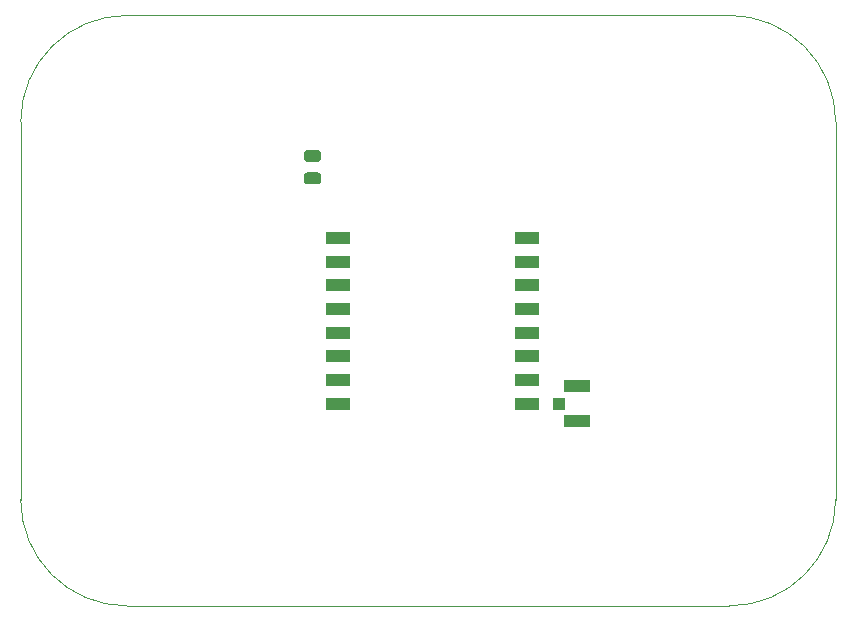
<source format=gbr>
%TF.GenerationSoftware,KiCad,Pcbnew,(5.1.10)-1*%
%TF.CreationDate,2021-07-19T16:58:35-04:00*%
%TF.ProjectId,lora-testing-board,6c6f7261-2d74-4657-9374-696e672d626f,rev?*%
%TF.SameCoordinates,Original*%
%TF.FileFunction,Paste,Top*%
%TF.FilePolarity,Positive*%
%FSLAX46Y46*%
G04 Gerber Fmt 4.6, Leading zero omitted, Abs format (unit mm)*
G04 Created by KiCad (PCBNEW (5.1.10)-1) date 2021-07-19 16:58:35*
%MOMM*%
%LPD*%
G01*
G04 APERTURE LIST*
%TA.AperFunction,Profile*%
%ADD10C,0.050000*%
%TD*%
%ADD11R,1.050000X1.050000*%
%ADD12R,2.200000X1.050000*%
%ADD13R,2.000000X1.000000*%
G04 APERTURE END LIST*
D10*
X137000000Y-118000000D02*
G75*
G02*
X128000000Y-127000000I-9000000J0D01*
G01*
X77000000Y-127000000D02*
G75*
G02*
X68000000Y-118000000I0J9000000D01*
G01*
X128000000Y-77000000D02*
G75*
G02*
X137000000Y-86000000I0J-9000000D01*
G01*
X68000000Y-86000000D02*
G75*
G02*
X77000000Y-77000000I9000000J0D01*
G01*
X128000000Y-77000000D02*
X77000000Y-77000000D01*
X137000000Y-118000000D02*
X137000000Y-86000000D01*
X77000000Y-127000000D02*
X128000000Y-127000000D01*
X68000000Y-86000000D02*
X68000000Y-118000000D01*
%TO.C,C1*%
G36*
G01*
X92235000Y-88400000D02*
X93185000Y-88400000D01*
G75*
G02*
X93435000Y-88650000I0J-250000D01*
G01*
X93435000Y-89150000D01*
G75*
G02*
X93185000Y-89400000I-250000J0D01*
G01*
X92235000Y-89400000D01*
G75*
G02*
X91985000Y-89150000I0J250000D01*
G01*
X91985000Y-88650000D01*
G75*
G02*
X92235000Y-88400000I250000J0D01*
G01*
G37*
G36*
G01*
X92235000Y-90300000D02*
X93185000Y-90300000D01*
G75*
G02*
X93435000Y-90550000I0J-250000D01*
G01*
X93435000Y-91050000D01*
G75*
G02*
X93185000Y-91300000I-250000J0D01*
G01*
X92235000Y-91300000D01*
G75*
G02*
X91985000Y-91050000I0J250000D01*
G01*
X91985000Y-90550000D01*
G75*
G02*
X92235000Y-90300000I250000J0D01*
G01*
G37*
%TD*%
D11*
%TO.C,J3*%
X113588800Y-109880400D03*
D12*
X115113800Y-108405400D03*
X115113800Y-111355400D03*
%TD*%
D13*
%TO.C,U1*%
X94870000Y-95870000D03*
X94870000Y-97870000D03*
X94870000Y-99870000D03*
X94870000Y-101870000D03*
X94870000Y-103870000D03*
X94870000Y-105870000D03*
X94870000Y-107870000D03*
X94870000Y-109870000D03*
X110870000Y-109870000D03*
X110870000Y-107870000D03*
X110870000Y-105870000D03*
X110870000Y-103870000D03*
X110870000Y-101870000D03*
X110870000Y-99870000D03*
X110870000Y-97870000D03*
X110870000Y-95870000D03*
%TD*%
M02*

</source>
